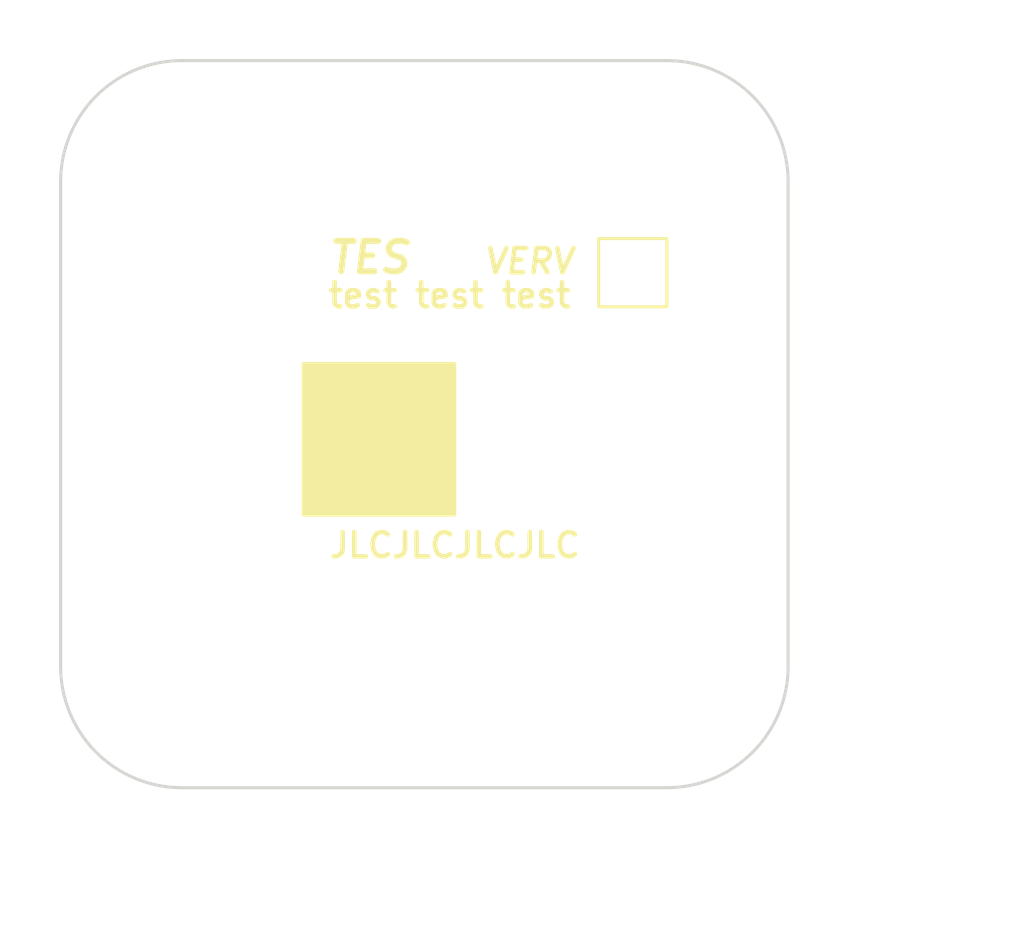
<source format=kicad_pcb>
(kicad_pcb
	(version 20240108)
	(generator "pcbnew")
	(generator_version "8.0")
	(general
		(thickness 1.5742)
		(legacy_teardrops no)
	)
	(paper "A5")
	(title_block
		(title "SET!!!")
		(date "SET!!!")
		(rev "VERV")
		(company "SET!!!")
		(comment 2 "SET!!!")
		(comment 3 "SET!!!")
	)
	(layers
		(0 "F.Cu" signal)
		(1 "In1.Cu" power)
		(2 "In2.Cu" power)
		(31 "B.Cu" signal)
		(32 "B.Adhes" user "B.Adhesive")
		(33 "F.Adhes" user "F.Adhesive")
		(34 "B.Paste" user)
		(35 "F.Paste" user)
		(36 "B.SilkS" user "B.Silkscreen")
		(37 "F.SilkS" user "F.Silkscreen")
		(38 "B.Mask" user)
		(39 "F.Mask" user)
		(40 "Dwgs.User" user "User.Drawings")
		(41 "Cmts.User" user "User.Comments")
		(42 "Eco1.User" user "User.Eco1")
		(43 "Eco2.User" user "User.Eco2")
		(44 "Edge.Cuts" user)
		(45 "Margin" user)
		(46 "B.CrtYd" user "B.Courtyard")
		(47 "F.CrtYd" user "F.Courtyard")
		(48 "B.Fab" user)
		(49 "F.Fab" user)
	)
	(setup
		(stackup
			(layer "F.SilkS"
				(type "Top Silk Screen")
			)
			(layer "F.Paste"
				(type "Top Solder Paste")
			)
			(layer "F.Mask"
				(type "Top Solder Mask")
				(thickness 0.005)
			)
			(layer "F.Cu"
				(type "copper")
				(thickness 0.035)
			)
			(layer "dielectric 1"
				(type "prepreg")
				(thickness 0.0994 locked)
				(material "3313")
				(epsilon_r 4.1)
				(loss_tangent 0.002)
			)
			(layer "In1.Cu"
				(type "copper")
				(thickness 0.0152)
			)
			(layer "dielectric 2"
				(type "core")
				(color "FR4 natural")
				(thickness 1.265 locked)
				(material "FR4")
				(epsilon_r 4.6)
				(loss_tangent 0.02)
			)
			(layer "In2.Cu"
				(type "copper")
				(thickness 0.0152)
			)
			(layer "dielectric 3"
				(type "prepreg")
				(thickness 0.0994 locked)
				(material "3313")
				(epsilon_r 4.1)
				(loss_tangent 0.002)
			)
			(layer "B.Cu"
				(type "copper")
				(thickness 0.035)
			)
			(layer "B.Mask"
				(type "Bottom Solder Mask")
				(thickness 0.005)
			)
			(layer "B.Paste"
				(type "Bottom Solder Paste")
			)
			(layer "B.SilkS"
				(type "Bottom Silk Screen")
			)
			(copper_finish "HAL SnPb")
			(dielectric_constraints yes)
		)
		(pad_to_mask_clearance 0)
		(allow_soldermask_bridges_in_footprints no)
		(aux_axis_origin 30 30)
		(grid_origin 30 30)
		(pcbplotparams
			(layerselection 0x00010fc_ffffffff)
			(plot_on_all_layers_selection 0x0000000_00000000)
			(disableapertmacros no)
			(usegerberextensions no)
			(usegerberattributes yes)
			(usegerberadvancedattributes yes)
			(creategerberjobfile yes)
			(dashed_line_dash_ratio 12.000000)
			(dashed_line_gap_ratio 3.000000)
			(svgprecision 4)
			(plotframeref no)
			(viasonmask no)
			(mode 1)
			(useauxorigin no)
			(hpglpennumber 1)
			(hpglpenspeed 20)
			(hpglpendiameter 15.000000)
			(pdf_front_fp_property_popups yes)
			(pdf_back_fp_property_popups yes)
			(dxfpolygonmode yes)
			(dxfimperialunits yes)
			(dxfusepcbnewfont yes)
			(psnegative no)
			(psa4output no)
			(plotreference yes)
			(plotvalue yes)
			(plotfptext yes)
			(plotinvisibletext no)
			(sketchpadsonfab no)
			(subtractmaskfromsilk no)
			(outputformat 1)
			(mirror no)
			(drillshape 1)
			(scaleselection 1)
			(outputdirectory "")
		)
	)
	(net 0 "")
	(gr_line
		(start 49.999999 38.124999)
		(end 47.750001 38.124998)
		(stroke
			(width 0.1)
			(type default)
		)
		(layer "F.SilkS")
		(uuid "0240af20-a752-4780-a926-65fbc60f5358")
	)
	(gr_rect
		(start 38 40)
		(end 43 45)
		(stroke
			(width 0.1)
			(type solid)
		)
		(fill solid)
		(layer "F.SilkS")
		(uuid "201dab69-6c33-4b40-8d06-5afe88b88437")
	)
	(gr_line
		(start 47.75 35.874999)
		(end 47.750001 38.124998)
		(stroke
			(width 0.1)
			(type default)
		)
		(layer "F.SilkS")
		(uuid "237b0341-8d15-497a-8d30-9d6c12a84ab4")
	)
	(gr_line
		(start 50 35.875)
		(end 47.75 35.874999)
		(stroke
			(width 0.1)
			(type default)
		)
		(layer "F.SilkS")
		(uuid "2ed620ba-2978-4037-95af-29875a943be1")
	)
	(gr_line
		(start 49.999999 38.124999)
		(end 50 35.875)
		(stroke
			(width 0.1)
			(type default)
		)
		(layer "F.SilkS")
		(uuid "9a91648a-59d1-4ab8-abd2-b40810229923")
	)
	(gr_line
		(start 30 31)
		(end 30 29)
		(stroke
			(width 0.1)
			(type default)
		)
		(layer "Dwgs.User")
		(uuid "2d234295-a4e9-4746-9124-b08f024a2e2e")
	)
	(gr_line
		(start 31 30)
		(end 29 30)
		(stroke
			(width 0.1)
			(type default)
		)
		(layer "Dwgs.User")
		(uuid "5243a095-e707-45ff-a146-a83980720831")
	)
	(gr_arc
		(start 34.000001 54.000001)
		(mid 31.171573 52.828428)
		(end 30 50)
		(stroke
			(width 0.1)
			(type default)
		)
		(layer "Edge.Cuts")
		(uuid "04c544f8-5a87-4ea0-bd0b-3832c92c5517")
	)
	(gr_arc
		(start 50 30)
		(mid 52.828428 31.171573)
		(end 54.000001 34.000001)
		(stroke
			(width 0.1)
			(type default)
		)
		(layer "Edge.Cuts")
		(uuid "0be71042-e82b-4d86-9bbf-f82b14f326a6")
	)
	(gr_line
		(start 34 30)
		(end 50 30)
		(stroke
			(width 0.1)
			(type default)
		)
		(layer "Edge.Cuts")
		(uuid "32420774-041b-427a-ba95-49513e863289")
	)
	(gr_arc
		(start 54 50)
		(mid 52.828427 52.828428)
		(end 49.999999 54.000001)
		(stroke
			(width 0.1)
			(type default)
		)
		(layer "Edge.Cuts")
		(uuid "53e199d3-5d60-4b04-a29f-1c6faef5a720")
	)
	(gr_line
		(start 54 49.999999)
		(end 54 34)
		(stroke
			(width 0.1)
			(type default)
		)
		(layer "Edge.Cuts")
		(uuid "616d7049-d10c-4ffb-8686-537f67a2c506")
	)
	(gr_line
		(start 49.999999 54.000001)
		(end 33.999999 54.000001)
		(stroke
			(width 0.1)
			(type default)
		)
		(layer "Edge.Cuts")
		(uuid "6c5ab8f6-ea0c-48ad-aad5-a8ae200bef9c")
	)
	(gr_arc
		(start 29.999999 34.000001)
		(mid 31.171572 31.171573)
		(end 34 30)
		(stroke
			(width 0.1)
			(type default)
		)
		(layer "Edge.Cuts")
		(uuid "926c1e92-b704-4125-beee-5a873cfc4da8")
	)
	(gr_line
		(start 29.999999 34.000001)
		(end 29.999999 50)
		(stroke
			(width 0.1)
			(type default)
		)
		(layer "Edge.Cuts")
		(uuid "b63d02d3-6342-4c27-ac2e-268e2ac8f3ad")
	)
	(gr_text "VERV"
		(at 47 36.624999 0)
		(layer "F.SilkS")
		(uuid "729a2c77-b021-4f63-90b1-0bdd52d23476")
		(effects
			(font
				(size 0.8 0.8)
				(thickness 0.15)
				(bold yes)
				(italic yes)
			)
			(justify right)
		)
	)
	(gr_text "TES"
		(at 38.75 36.5 0)
		(layer "F.SilkS")
		(uuid "aa77a243-843f-457c-b03d-39b7605a39c0")
		(effects
			(font
				(size 1 1)
				(thickness 0.2)
				(bold yes)
				(italic yes)
			)
			(justify left)
		)
	)
	(gr_text "JLCJLCJLCJLC"
		(at 43 46 0)
		(layer "F.SilkS")
		(uuid "c775c68a-8e43-434d-8345-587b330ca669")
		(effects
			(font
				(size 0.8 0.8)
				(thickness 0.15)
			)
		)
	)
	(gr_text "test test test"
		(at 38.75 37.749999 0)
		(layer "F.SilkS")
		(uuid "f60b4e85-edb7-4ce6-bf66-f1e0ff2ec87d")
		(effects
			(font
				(size 0.8 0.8)
				(thickness 0.15)
				(bold yes)
			)
			(justify left)
		)
	)
	(dimension
		(type aligned)
		(layer "Dwgs.User")
		(uuid "12c927ca-d4f5-44c1-bc48-dbb6b4eddafc")
		(pts
			(xy 30 50) (xy 54 50)
		)
		(height 7.999999)
		(gr_text "24,0000 mm"
			(at 42 56.849999 0)
			(layer "Dwgs.User")
			(uuid "12c927ca-d4f5-44c1-bc48-dbb6b4eddafc")
			(effects
				(font
					(size 1 1)
					(thickness 0.15)
				)
			)
		)
		(format
			(prefix "")
			(suffix "")
			(units 3)
			(units_format 1)
			(precision 4)
		)
		(style
			(thickness 0.1)
			(arrow_length 1.27)
			(text_position_mode 0)
			(extension_height 0.58642)
			(extension_offset 0.5) keep_text_aligned)
	)
	(dimension
		(type aligned)
		(layer "Dwgs.User")
		(uuid "4b298d32-b2b6-4c22-9a0d-22ed7336d280")
		(pts
			(xy 50 54.000001) (xy 50 30)
		)
		(height 7.999999)
		(gr_text "24,0000 mm"
			(at 56.849999 42 90)
			(layer "Dwgs.User")
			(uuid "4b298d32-b2b6-4c22-9a0d-22ed7336d280")
			(effects
				(font
					(size 1 1)
					(thickness 0.15)
				)
			)
		)
		(format
			(prefix "")
			(suffix "")
			(units 3)
			(units_format 1)
			(precision 4)
		)
		(style
			(thickness 0.1)
			(arrow_length 1.27)
			(text_position_mode 0)
			(extension_height 0.58642)
			(extension_offset 0.5) keep_text_aligned)
	)
	(zone
		(net 0)
		(net_name "")
		(layers "F&B.Cu")
		(uuid "8cb85212-8b9c-46c2-a04c-18ad27295f62")
		(hatch edge 0.5)
		(connect_pads
			(clearance 0.127)
		)
		(min_thickness 0.127)
		(filled_areas_thickness no)
		(fill
			(thermal_gap 0.127)
			(thermal_bridge_width 0.5)
			(smoothing fillet)
			(radius 1)
			(island_removal_mode 1)
			(island_area_min 10)
		)
		(polygon
			(pts
				(xy 29 29) (xy 55 29) (xy 55 55) (xy 29 55)
			)
		)
	)
	(zone
		(net 0)
		(net_name "")
		(layers "In1.Cu" "In2.Cu")
		(uuid "8431dde9-0d05-4ee4-b05f-e08c23865cd2")
		(hatch edge 0.5)
		(priority 1)
		(connect_pads
			(clearance 0.2)
		)
		(min_thickness 0.2)
		(filled_areas_thickness no)
		(fill
			(thermal_gap 0.2)
			(thermal_bridge_width 0.5)
			(smoothing fillet)
			(radius 1)
			(island_removal_mode 1)
			(island_area_min 10)
		)
		(polygon
			(pts
				(xy 28 28) (xy 56 28) (xy 56 56) (xy 28 56)
			)
		)
	)
	(group ""
		(uuid "10ac8205-2388-4548-9d0e-64f815d226da")
		(members "0240af20-a752-4780-a926-65fbc60f5358" "237b0341-8d15-497a-8d30-9d6c12a84ab4"
			"2ed620ba-2978-4037-95af-29875a943be1" "9a91648a-59d1-4ab8-abd2-b40810229923"
		)
	)
	(group ""
		(uuid "1819b479-0e6a-46b2-bdbc-a116991bbf8b")
		(members "729a2c77-b021-4f63-90b1-0bdd52d23476" "aa77a243-843f-457c-b03d-39b7605a39c0"
			"f60b4e85-edb7-4ce6-bf66-f1e0ff2ec87d"
		)
	)
	(group ""
		(uuid "8f2709c2-07f1-4134-8790-24e73cfe2d55")
		(members "201dab69-6c33-4b40-8d06-5afe88b88437")
	)
)

</source>
